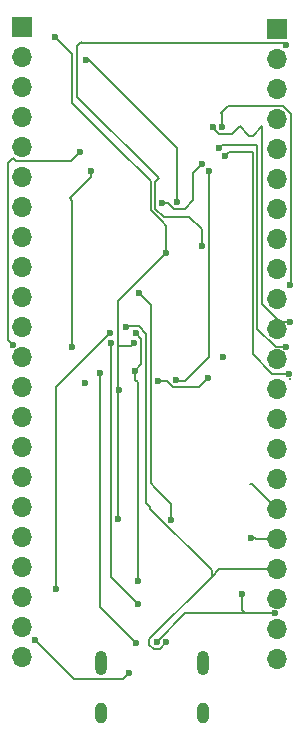
<source format=gbl>
%TF.GenerationSoftware,KiCad,Pcbnew,8.0.3*%
%TF.CreationDate,2024-10-04T21:01:27+05:30*%
%TF.ProjectId,TP4056,54503430-3536-42e6-9b69-6361645f7063,rev?*%
%TF.SameCoordinates,Original*%
%TF.FileFunction,Copper,L2,Bot*%
%TF.FilePolarity,Positive*%
%FSLAX46Y46*%
G04 Gerber Fmt 4.6, Leading zero omitted, Abs format (unit mm)*
G04 Created by KiCad (PCBNEW 8.0.3) date 2024-10-04 21:01:27*
%MOMM*%
%LPD*%
G01*
G04 APERTURE LIST*
%TA.AperFunction,ComponentPad*%
%ADD10R,1.700000X1.700000*%
%TD*%
%TA.AperFunction,ComponentPad*%
%ADD11O,1.700000X1.700000*%
%TD*%
%TA.AperFunction,ComponentPad*%
%ADD12O,1.000000X2.100000*%
%TD*%
%TA.AperFunction,ComponentPad*%
%ADD13O,1.000000X1.800000*%
%TD*%
%TA.AperFunction,ViaPad*%
%ADD14C,0.600000*%
%TD*%
%TA.AperFunction,Conductor*%
%ADD15C,0.200000*%
%TD*%
G04 APERTURE END LIST*
D10*
%TO.P,J3,1,Pin_1*%
%TO.N,GND*%
X85375000Y-64825000D03*
D11*
%TO.P,J3,2,Pin_2*%
%TO.N,/ESP32_EN*%
X85375000Y-67365000D03*
%TO.P,J3,3,Pin_3*%
%TO.N,/GPIO46*%
X85375000Y-69905000D03*
%TO.P,J3,4,Pin_4*%
%TO.N,/GPIO45*%
X85375000Y-72445000D03*
%TO.P,J3,5,Pin_5*%
%TO.N,/RXD*%
X85375000Y-74985000D03*
%TO.P,J3,6,Pin_6*%
%TO.N,/TXD*%
X85375000Y-77525000D03*
%TO.P,J3,7,Pin_7*%
%TO.N,/GPIO42*%
X85375000Y-80065000D03*
%TO.P,J3,8,Pin_8*%
%TO.N,/GPIO41*%
X85375000Y-82605000D03*
%TO.P,J3,9,Pin_9*%
%TO.N,/GPIO40*%
X85375000Y-85145000D03*
%TO.P,J3,10,Pin_10*%
%TO.N,/GPIO39*%
X85375000Y-87685000D03*
%TO.P,J3,11,Pin_11*%
%TO.N,/GPIO38*%
X85375000Y-90225000D03*
%TO.P,J3,12,Pin_12*%
%TO.N,/GPIO37*%
X85375000Y-92765000D03*
%TO.P,J3,13,Pin_13*%
%TO.N,/GPIO36*%
X85375000Y-95305000D03*
%TO.P,J3,14,Pin_14*%
%TO.N,/GPIO35*%
X85375000Y-97845000D03*
%TO.P,J3,15,Pin_15*%
%TO.N,/GPIO34*%
X85375000Y-100385000D03*
%TO.P,J3,16,Pin_16*%
%TO.N,/GPIO33*%
X85375000Y-102925000D03*
%TO.P,J3,17,Pin_17*%
%TO.N,/GPIO26*%
X85375000Y-105465000D03*
%TO.P,J3,18,Pin_18*%
%TO.N,/GPIO21*%
X85375000Y-108005000D03*
%TO.P,J3,19,Pin_19*%
%TO.N,/USB_N*%
X85375000Y-110545000D03*
%TO.P,J3,20,Pin_20*%
%TO.N,/USB_P*%
X85375000Y-113085000D03*
%TO.P,J3,21,Pin_21*%
%TO.N,/GPIO48*%
X85375000Y-115625000D03*
%TO.P,J3,22,Pin_22*%
%TO.N,/GPIO47*%
X85375000Y-118165000D03*
%TD*%
D12*
%TO.P,J1,S1,SHIELD*%
%TO.N,GND*%
X70505000Y-118510000D03*
D13*
X70505000Y-122690000D03*
D12*
X79145000Y-118510000D03*
D13*
X79145000Y-122690000D03*
%TD*%
D10*
%TO.P,J2,1,Pin_1*%
%TO.N,/3V3*%
X63775000Y-64675000D03*
D11*
%TO.P,J2,2,Pin_2*%
%TO.N,/GPIO0*%
X63775000Y-67215000D03*
%TO.P,J2,3,Pin_3*%
%TO.N,/GPIO1*%
X63775000Y-69755000D03*
%TO.P,J2,4,Pin_4*%
%TO.N,/GPIO2*%
X63775000Y-72295000D03*
%TO.P,J2,5,Pin_5*%
%TO.N,/GPIO3*%
X63775000Y-74835000D03*
%TO.P,J2,6,Pin_6*%
%TO.N,/GPIO4*%
X63775000Y-77375000D03*
%TO.P,J2,7,Pin_7*%
%TO.N,/GPIO5*%
X63775000Y-79915000D03*
%TO.P,J2,8,Pin_8*%
%TO.N,/GPIO6*%
X63775000Y-82455000D03*
%TO.P,J2,9,Pin_9*%
%TO.N,/GPIO7*%
X63775000Y-84995000D03*
%TO.P,J2,10,Pin_10*%
%TO.N,/GPIO8*%
X63775000Y-87535000D03*
%TO.P,J2,11,Pin_11*%
%TO.N,/GPIO9*%
X63775000Y-90075000D03*
%TO.P,J2,12,Pin_12*%
%TO.N,/GPIO10*%
X63775000Y-92615000D03*
%TO.P,J2,13,Pin_13*%
%TO.N,/GPIO11*%
X63775000Y-95155000D03*
%TO.P,J2,14,Pin_14*%
%TO.N,/GPIO12*%
X63775000Y-97695000D03*
%TO.P,J2,15,Pin_15*%
%TO.N,/GPIO13*%
X63775000Y-100235000D03*
%TO.P,J2,16,Pin_16*%
%TO.N,/GPIO14*%
X63775000Y-102775000D03*
%TO.P,J2,17,Pin_17*%
%TO.N,/GPIO15*%
X63775000Y-105315000D03*
%TO.P,J2,18,Pin_18*%
%TO.N,/GPIO16*%
X63775000Y-107855000D03*
%TO.P,J2,19,Pin_19*%
%TO.N,/I2C_SCL*%
X63775000Y-110395000D03*
%TO.P,J2,20,Pin_20*%
%TO.N,/I2C_SDA*%
X63775000Y-112935000D03*
%TO.P,J2,21,Pin_21*%
%TO.N,/5VUSB*%
X63775000Y-115475000D03*
%TO.P,J2,22,Pin_22*%
%TO.N,GND*%
X63775000Y-118015000D03*
%TD*%
D14*
%TO.N,/3V3*%
X66550000Y-65450000D03*
X75975000Y-83775000D03*
X72025000Y-95350000D03*
X73283877Y-91400001D03*
X71900000Y-106250000D03*
%TO.N,GND*%
X75675000Y-79550000D03*
X69075000Y-94735000D03*
X69625000Y-76799998D03*
X68050000Y-91700000D03*
X79059313Y-76234313D03*
%TO.N,/ESP32_EN*%
X79025000Y-83150000D03*
X86125000Y-66175002D03*
%TO.N,/GPIO0*%
X69175000Y-67450000D03*
X76875735Y-79424265D03*
%TO.N,/5VUSB*%
X72800000Y-119350000D03*
X64875000Y-116525000D03*
X76425000Y-106350002D03*
X73675000Y-87175000D03*
%TO.N,/GPIO48*%
X76800000Y-94500000D03*
X79625000Y-76800000D03*
%TO.N,Net-(D2-A)*%
X79500000Y-94375000D03*
X75300000Y-94575000D03*
%TO.N,/USB_N*%
X72550000Y-90075000D03*
X75999265Y-116724265D03*
%TO.N,/USB_P*%
X75175000Y-116700000D03*
X85232189Y-114282573D03*
X82425000Y-112600000D03*
%TO.N,Net-(J1-CC2)*%
X73625000Y-113525000D03*
X71300000Y-91400000D03*
%TO.N,Net-(J1-CC1)*%
X73425000Y-116750000D03*
X70375000Y-93900000D03*
%TO.N,/I2C_SDA*%
X71225156Y-90556976D03*
X66675000Y-112225000D03*
%TO.N,/GPIO10*%
X68665292Y-75248058D03*
X63025000Y-91550000D03*
%TO.N,/I2C_SCL*%
X80760000Y-92600000D03*
%TO.N,/GPIO21*%
X83175000Y-107925000D03*
%TO.N,/GPIO37*%
X80450000Y-74900000D03*
X86125000Y-91725000D03*
%TO.N,/GPIO39*%
X80725000Y-73125000D03*
X86475000Y-86475000D03*
%TO.N,/GPIO36*%
X86375000Y-93975000D03*
X80959094Y-75517112D03*
%TO.N,/GPIO38*%
X86475000Y-89600000D03*
X79925691Y-73091696D03*
%TO.N,Net-(U2-FB)*%
X73408871Y-90554834D03*
X73325000Y-93725000D03*
X73575000Y-111550000D03*
%TD*%
D15*
%TO.N,/3V3*%
X68050000Y-71050000D02*
X68050000Y-70450000D01*
X71950000Y-95150000D02*
X71950000Y-91675000D01*
X74675000Y-77675000D02*
X71675000Y-74675000D01*
X75609314Y-81100000D02*
X74675000Y-80165686D01*
X73008878Y-91675000D02*
X71950000Y-91675000D01*
X71950000Y-87800000D02*
X75975000Y-83775000D01*
X74675000Y-80165686D02*
X74675000Y-79834314D01*
X68050000Y-70450000D02*
X68050000Y-66950000D01*
X72025000Y-95225000D02*
X72025000Y-95350000D01*
X71950000Y-91675000D02*
X71950000Y-87800000D01*
X71675000Y-74675000D02*
X68050000Y-71050000D01*
X71900000Y-95475000D02*
X72025000Y-95350000D01*
X75975000Y-83775000D02*
X75975000Y-81465685D01*
X71900000Y-106250000D02*
X71900000Y-95475000D01*
X71950000Y-95150000D02*
X72025000Y-95225000D01*
X73283877Y-91400001D02*
X73008878Y-91675000D01*
X68050000Y-66950000D02*
X66550000Y-65450000D01*
X75975000Y-81465685D02*
X75609314Y-81100000D01*
X74675000Y-79834314D02*
X74675000Y-77675000D01*
%TO.N,GND*%
X67850000Y-79125000D02*
X69625000Y-77350000D01*
X77550735Y-80024265D02*
X78300000Y-79275000D01*
X68050000Y-79325000D02*
X67850000Y-79125000D01*
X69625000Y-77350000D02*
X69625000Y-76799998D01*
X75675000Y-79550000D02*
X76152941Y-79550000D01*
X78300000Y-79275000D02*
X78300000Y-76993626D01*
X78300000Y-76993626D02*
X79059313Y-76234313D01*
X76152941Y-79550000D02*
X76627206Y-80024265D01*
X68050000Y-91700000D02*
X68050000Y-79325000D01*
X76627206Y-80024265D02*
X77550735Y-80024265D01*
%TO.N,/ESP32_EN*%
X75075000Y-80000000D02*
X75075000Y-77750000D01*
X79025000Y-83150000D02*
X79025000Y-81775000D01*
X75775000Y-80700000D02*
X75075000Y-80000000D01*
X68850000Y-66000000D02*
X86125000Y-66000000D01*
X75075000Y-77750000D02*
X75375000Y-77450000D01*
X75375000Y-77450000D02*
X68450000Y-70525000D01*
X77950000Y-80700000D02*
X75775000Y-80700000D01*
X86125000Y-66000000D02*
X86125000Y-66175002D01*
X79025000Y-81775000D02*
X77950000Y-80700000D01*
X68450000Y-66250000D02*
X68775000Y-65925000D01*
X68450000Y-70525000D02*
X68450000Y-66250000D01*
X68775000Y-65925000D02*
X68850000Y-66000000D01*
%TO.N,/GPIO0*%
X69500000Y-67525000D02*
X69425000Y-67450000D01*
X76875735Y-79424265D02*
X76875735Y-74900735D01*
X69425000Y-67450000D02*
X69175000Y-67450000D01*
X76875735Y-74900735D02*
X69500000Y-67525000D01*
%TO.N,/5VUSB*%
X64875000Y-116525000D02*
X68210000Y-119860000D01*
X76425000Y-106350002D02*
X76425000Y-105000000D01*
X72290000Y-119860000D02*
X72800000Y-119350000D01*
X68210000Y-119860000D02*
X72290000Y-119860000D01*
X74700000Y-88200000D02*
X73675000Y-87175000D01*
X74700000Y-103275000D02*
X74700000Y-88200000D01*
X76425000Y-105000000D02*
X75075000Y-103650000D01*
X75075000Y-103650000D02*
X74700000Y-103275000D01*
%TO.N,/GPIO48*%
X79625000Y-76800000D02*
X79625000Y-92600000D01*
X79625000Y-92600000D02*
X77600000Y-94625000D01*
X77600000Y-94625000D02*
X76925000Y-94625000D01*
X76925000Y-94625000D02*
X76800000Y-94500000D01*
%TO.N,Net-(D2-A)*%
X76026471Y-94575000D02*
X76551471Y-95100000D01*
X75300000Y-94575000D02*
X76026471Y-94575000D01*
X76551471Y-95100000D02*
X78775000Y-95100000D01*
X78775000Y-95100000D02*
X79500000Y-94375000D01*
%TO.N,/USB_N*%
X75423530Y-117300000D02*
X74926471Y-117300000D01*
X79850736Y-111175736D02*
X80481471Y-110545000D01*
X72670166Y-89954834D02*
X73657400Y-89954834D01*
X73657400Y-89954834D02*
X74300000Y-90597434D01*
X74300000Y-104900000D02*
X74650000Y-105250000D01*
X74650000Y-105423531D02*
X79850736Y-110624267D01*
X74300000Y-90597434D02*
X74300000Y-104900000D01*
X72550000Y-90075000D02*
X72670166Y-89954834D01*
X74575000Y-116451471D02*
X79850736Y-111175736D01*
X74926471Y-117300000D02*
X74575000Y-116948529D01*
X74650000Y-105250000D02*
X74650000Y-105423531D01*
X80481471Y-110545000D02*
X85375000Y-110545000D01*
X75999265Y-116724265D02*
X75423530Y-117300000D01*
X79850736Y-110624267D02*
X79850736Y-111175736D01*
X74575000Y-116948529D02*
X74575000Y-116451471D01*
%TO.N,/USB_P*%
X82425000Y-112600000D02*
X82425000Y-114032573D01*
X77592427Y-114282573D02*
X75175000Y-116700000D01*
X85232189Y-114282573D02*
X82675000Y-114282573D01*
X82675000Y-114282573D02*
X77592427Y-114282573D01*
X82425000Y-114032573D02*
X82675000Y-114282573D01*
%TO.N,Net-(J1-CC2)*%
X73625000Y-113525000D02*
X71300000Y-111200000D01*
X71300000Y-111200000D02*
X71300000Y-91400000D01*
%TO.N,Net-(J1-CC1)*%
X70375000Y-93900000D02*
X70375000Y-113700000D01*
X70375000Y-113700000D02*
X73425000Y-116750000D01*
%TO.N,/I2C_SDA*%
X66675000Y-112225000D02*
X66675000Y-95107132D01*
X66675000Y-95107132D02*
X71225156Y-90556976D01*
%TO.N,/GPIO10*%
X63056827Y-75743173D02*
X63298654Y-75985000D01*
X62625000Y-76175000D02*
X63056827Y-75743173D01*
X67928350Y-75985000D02*
X68665292Y-75248058D01*
X63298654Y-75985000D02*
X67928350Y-75985000D01*
X62625000Y-91150000D02*
X62625000Y-76175000D01*
X63025000Y-91550000D02*
X62625000Y-91150000D01*
%TO.N,/GPIO21*%
X83175000Y-107925000D02*
X83525000Y-107925000D01*
X83525000Y-107925000D02*
X83605000Y-108005000D01*
X83605000Y-108005000D02*
X85375000Y-108005000D01*
%TO.N,/GPIO37*%
X86125000Y-91725000D02*
X85248654Y-91725000D01*
X80750000Y-74600000D02*
X80450000Y-74900000D01*
X83700000Y-74600000D02*
X80750000Y-74600000D01*
X85248654Y-91725000D02*
X83700000Y-90176346D01*
X83700000Y-90176346D02*
X83700000Y-74600000D01*
%TO.N,/GPIO39*%
X86525000Y-71968654D02*
X86525000Y-86425000D01*
X81180000Y-71295000D02*
X85851346Y-71295000D01*
X80725000Y-72000000D02*
X80600000Y-71875000D01*
X85851346Y-71295000D02*
X86403173Y-71846827D01*
X86403173Y-71846827D02*
X86525000Y-71968654D01*
X80600000Y-71875000D02*
X81180000Y-71295000D01*
X80725000Y-73125000D02*
X80725000Y-72000000D01*
X86525000Y-86425000D02*
X86475000Y-86475000D01*
%TO.N,/GPIO36*%
X83300000Y-92316346D02*
X83300000Y-88900000D01*
X83300000Y-88900000D02*
X83300000Y-75175000D01*
X86375000Y-93975000D02*
X84958654Y-93975000D01*
X86475000Y-94400000D02*
X86525000Y-94350000D01*
X84958654Y-93975000D02*
X83300000Y-92316346D01*
X83300000Y-75175000D02*
X81301206Y-75175000D01*
X81301206Y-75175000D02*
X80959094Y-75517112D01*
%TO.N,/GPIO38*%
X83325000Y-73825000D02*
X83025000Y-73825000D01*
X84125000Y-73025000D02*
X83325000Y-73825000D01*
X81525000Y-73725000D02*
X80476471Y-73725000D01*
X85663654Y-89600000D02*
X84125000Y-88061346D01*
X80476471Y-73725000D02*
X79925691Y-73174220D01*
X82225000Y-73025000D02*
X81525000Y-73725000D01*
X86475000Y-89600000D02*
X85663654Y-89600000D01*
X83025000Y-73825000D02*
X82225000Y-73025000D01*
X84125000Y-88061346D02*
X84125000Y-73025000D01*
X79925691Y-73174220D02*
X79925691Y-73091696D01*
%TO.N,/GPIO26*%
X83235000Y-103325000D02*
X85375000Y-105465000D01*
X83075000Y-103325000D02*
X83235000Y-103325000D01*
%TO.N,Net-(U2-FB)*%
X73575000Y-94725000D02*
X73375000Y-94525000D01*
X73375000Y-94525000D02*
X73325000Y-94475000D01*
X73883877Y-91029840D02*
X73883877Y-93166123D01*
X73883877Y-93166123D02*
X73325000Y-93725000D01*
X73408871Y-90554834D02*
X73883877Y-91029840D01*
X73575000Y-111550000D02*
X73575000Y-94725000D01*
X73325000Y-94475000D02*
X73325000Y-93725000D01*
%TD*%
M02*

</source>
